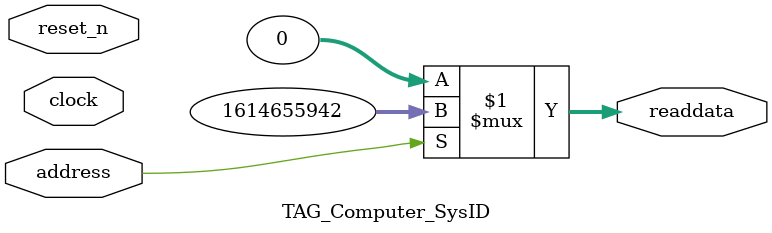
<source format=v>

`timescale 1ns / 1ps
// synthesis translate_on

// turn off superfluous verilog processor warnings 
// altera message_level Level1 
// altera message_off 10034 10035 10036 10037 10230 10240 10030 

module TAG_Computer_SysID (
               // inputs:
                address,
                clock,
                reset_n,

               // outputs:
                readdata
             )
;

  output  [ 31: 0] readdata;
  input            address;
  input            clock;
  input            reset_n;

  wire    [ 31: 0] readdata;
  //control_slave, which is an e_avalon_slave
  assign readdata = address ? 1614655942 : 0;

endmodule




</source>
